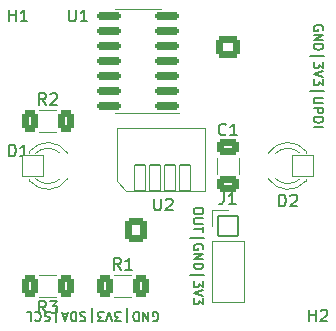
<source format=gto>
%TF.GenerationSoftware,KiCad,Pcbnew,7.0.1*%
%TF.CreationDate,2023-10-30T09:30:19+01:00*%
%TF.ProjectId,opto-counter,6f70746f-2d63-46f7-956e-7465722e6b69,rev?*%
%TF.SameCoordinates,Original*%
%TF.FileFunction,Legend,Top*%
%TF.FilePolarity,Positive*%
%FSLAX46Y46*%
G04 Gerber Fmt 4.6, Leading zero omitted, Abs format (unit mm)*
G04 Created by KiCad (PCBNEW 7.0.1) date 2023-10-30 09:30:19*
%MOMM*%
%LPD*%
G01*
G04 APERTURE LIST*
G04 Aperture macros list*
%AMRoundRect*
0 Rectangle with rounded corners*
0 $1 Rounding radius*
0 $2 $3 $4 $5 $6 $7 $8 $9 X,Y pos of 4 corners*
0 Add a 4 corners polygon primitive as box body*
4,1,4,$2,$3,$4,$5,$6,$7,$8,$9,$2,$3,0*
0 Add four circle primitives for the rounded corners*
1,1,$1+$1,$2,$3*
1,1,$1+$1,$4,$5*
1,1,$1+$1,$6,$7*
1,1,$1+$1,$8,$9*
0 Add four rect primitives between the rounded corners*
20,1,$1+$1,$2,$3,$4,$5,0*
20,1,$1+$1,$4,$5,$6,$7,0*
20,1,$1+$1,$6,$7,$8,$9,0*
20,1,$1+$1,$8,$9,$2,$3,0*%
G04 Aperture macros list end*
%ADD10C,0.200000*%
%ADD11C,0.150000*%
%ADD12C,0.120000*%
%ADD13RoundRect,0.300000X0.650000X-0.412500X0.650000X0.412500X-0.650000X0.412500X-0.650000X-0.412500X0*%
%ADD14RoundRect,0.300000X-0.400000X-0.625000X0.400000X-0.625000X0.400000X0.625000X-0.400000X0.625000X0*%
%ADD15RoundRect,0.300000X0.400000X0.625000X-0.400000X0.625000X-0.400000X-0.625000X0.400000X-0.625000X0*%
%ADD16RoundRect,0.200000X0.825000X0.150000X-0.825000X0.150000X-0.825000X-0.150000X0.825000X-0.150000X0*%
%ADD17C,2.300000*%
%ADD18RoundRect,0.050000X-0.450000X-1.100000X0.450000X-1.100000X0.450000X1.100000X-0.450000X1.100000X0*%
%ADD19RoundRect,0.050000X-0.900000X-0.900000X0.900000X-0.900000X0.900000X0.900000X-0.900000X0.900000X0*%
%ADD20C,1.900000*%
%ADD21RoundRect,0.050000X0.900000X0.900000X-0.900000X0.900000X-0.900000X-0.900000X0.900000X-0.900000X0*%
%ADD22RoundRect,0.050000X-0.850000X-0.850000X0.850000X-0.850000X0.850000X0.850000X-0.850000X0.850000X0*%
%ADD23O,1.800000X1.800000*%
%ADD24RoundRect,0.300000X0.600000X0.725000X-0.600000X0.725000X-0.600000X-0.725000X0.600000X-0.725000X0*%
%ADD25O,1.800000X2.050000*%
%ADD26RoundRect,0.300000X-0.725000X0.600000X-0.725000X-0.600000X0.725000X-0.600000X0.725000X0.600000X0*%
%ADD27O,2.050000X1.800000*%
G04 APERTURE END LIST*
D10*
X76205714Y-51191809D02*
X76281904Y-51229904D01*
X76281904Y-51229904D02*
X76396190Y-51229904D01*
X76396190Y-51229904D02*
X76510476Y-51191809D01*
X76510476Y-51191809D02*
X76586666Y-51115619D01*
X76586666Y-51115619D02*
X76624761Y-51039428D01*
X76624761Y-51039428D02*
X76662857Y-50887047D01*
X76662857Y-50887047D02*
X76662857Y-50772761D01*
X76662857Y-50772761D02*
X76624761Y-50620380D01*
X76624761Y-50620380D02*
X76586666Y-50544190D01*
X76586666Y-50544190D02*
X76510476Y-50468000D01*
X76510476Y-50468000D02*
X76396190Y-50429904D01*
X76396190Y-50429904D02*
X76319999Y-50429904D01*
X76319999Y-50429904D02*
X76205714Y-50468000D01*
X76205714Y-50468000D02*
X76167618Y-50506095D01*
X76167618Y-50506095D02*
X76167618Y-50772761D01*
X76167618Y-50772761D02*
X76319999Y-50772761D01*
X75824761Y-50429904D02*
X75824761Y-51229904D01*
X75824761Y-51229904D02*
X75367618Y-50429904D01*
X75367618Y-50429904D02*
X75367618Y-51229904D01*
X74986666Y-50429904D02*
X74986666Y-51229904D01*
X74986666Y-51229904D02*
X74796190Y-51229904D01*
X74796190Y-51229904D02*
X74681904Y-51191809D01*
X74681904Y-51191809D02*
X74605714Y-51115619D01*
X74605714Y-51115619D02*
X74567619Y-51039428D01*
X74567619Y-51039428D02*
X74529523Y-50887047D01*
X74529523Y-50887047D02*
X74529523Y-50772761D01*
X74529523Y-50772761D02*
X74567619Y-50620380D01*
X74567619Y-50620380D02*
X74605714Y-50544190D01*
X74605714Y-50544190D02*
X74681904Y-50468000D01*
X74681904Y-50468000D02*
X74796190Y-50429904D01*
X74796190Y-50429904D02*
X74986666Y-50429904D01*
X73996190Y-50163238D02*
X73996190Y-51306095D01*
X73500952Y-51229904D02*
X73005714Y-51229904D01*
X73005714Y-51229904D02*
X73272380Y-50925142D01*
X73272380Y-50925142D02*
X73158095Y-50925142D01*
X73158095Y-50925142D02*
X73081904Y-50887047D01*
X73081904Y-50887047D02*
X73043809Y-50848952D01*
X73043809Y-50848952D02*
X73005714Y-50772761D01*
X73005714Y-50772761D02*
X73005714Y-50582285D01*
X73005714Y-50582285D02*
X73043809Y-50506095D01*
X73043809Y-50506095D02*
X73081904Y-50468000D01*
X73081904Y-50468000D02*
X73158095Y-50429904D01*
X73158095Y-50429904D02*
X73386666Y-50429904D01*
X73386666Y-50429904D02*
X73462857Y-50468000D01*
X73462857Y-50468000D02*
X73500952Y-50506095D01*
X72777142Y-51229904D02*
X72510475Y-50429904D01*
X72510475Y-50429904D02*
X72243809Y-51229904D01*
X72053333Y-51229904D02*
X71558095Y-51229904D01*
X71558095Y-51229904D02*
X71824761Y-50925142D01*
X71824761Y-50925142D02*
X71710476Y-50925142D01*
X71710476Y-50925142D02*
X71634285Y-50887047D01*
X71634285Y-50887047D02*
X71596190Y-50848952D01*
X71596190Y-50848952D02*
X71558095Y-50772761D01*
X71558095Y-50772761D02*
X71558095Y-50582285D01*
X71558095Y-50582285D02*
X71596190Y-50506095D01*
X71596190Y-50506095D02*
X71634285Y-50468000D01*
X71634285Y-50468000D02*
X71710476Y-50429904D01*
X71710476Y-50429904D02*
X71939047Y-50429904D01*
X71939047Y-50429904D02*
X72015238Y-50468000D01*
X72015238Y-50468000D02*
X72053333Y-50506095D01*
X71024761Y-50163238D02*
X71024761Y-51306095D01*
X70491428Y-50468000D02*
X70377142Y-50429904D01*
X70377142Y-50429904D02*
X70186666Y-50429904D01*
X70186666Y-50429904D02*
X70110475Y-50468000D01*
X70110475Y-50468000D02*
X70072380Y-50506095D01*
X70072380Y-50506095D02*
X70034285Y-50582285D01*
X70034285Y-50582285D02*
X70034285Y-50658476D01*
X70034285Y-50658476D02*
X70072380Y-50734666D01*
X70072380Y-50734666D02*
X70110475Y-50772761D01*
X70110475Y-50772761D02*
X70186666Y-50810857D01*
X70186666Y-50810857D02*
X70339047Y-50848952D01*
X70339047Y-50848952D02*
X70415237Y-50887047D01*
X70415237Y-50887047D02*
X70453332Y-50925142D01*
X70453332Y-50925142D02*
X70491428Y-51001333D01*
X70491428Y-51001333D02*
X70491428Y-51077523D01*
X70491428Y-51077523D02*
X70453332Y-51153714D01*
X70453332Y-51153714D02*
X70415237Y-51191809D01*
X70415237Y-51191809D02*
X70339047Y-51229904D01*
X70339047Y-51229904D02*
X70148570Y-51229904D01*
X70148570Y-51229904D02*
X70034285Y-51191809D01*
X69691427Y-50429904D02*
X69691427Y-51229904D01*
X69691427Y-51229904D02*
X69500951Y-51229904D01*
X69500951Y-51229904D02*
X69386665Y-51191809D01*
X69386665Y-51191809D02*
X69310475Y-51115619D01*
X69310475Y-51115619D02*
X69272380Y-51039428D01*
X69272380Y-51039428D02*
X69234284Y-50887047D01*
X69234284Y-50887047D02*
X69234284Y-50772761D01*
X69234284Y-50772761D02*
X69272380Y-50620380D01*
X69272380Y-50620380D02*
X69310475Y-50544190D01*
X69310475Y-50544190D02*
X69386665Y-50468000D01*
X69386665Y-50468000D02*
X69500951Y-50429904D01*
X69500951Y-50429904D02*
X69691427Y-50429904D01*
X68929523Y-50658476D02*
X68548570Y-50658476D01*
X69005713Y-50429904D02*
X68739046Y-51229904D01*
X68739046Y-51229904D02*
X68472380Y-50429904D01*
X68015237Y-50163238D02*
X68015237Y-51306095D01*
X67481904Y-50468000D02*
X67367618Y-50429904D01*
X67367618Y-50429904D02*
X67177142Y-50429904D01*
X67177142Y-50429904D02*
X67100951Y-50468000D01*
X67100951Y-50468000D02*
X67062856Y-50506095D01*
X67062856Y-50506095D02*
X67024761Y-50582285D01*
X67024761Y-50582285D02*
X67024761Y-50658476D01*
X67024761Y-50658476D02*
X67062856Y-50734666D01*
X67062856Y-50734666D02*
X67100951Y-50772761D01*
X67100951Y-50772761D02*
X67177142Y-50810857D01*
X67177142Y-50810857D02*
X67329523Y-50848952D01*
X67329523Y-50848952D02*
X67405713Y-50887047D01*
X67405713Y-50887047D02*
X67443808Y-50925142D01*
X67443808Y-50925142D02*
X67481904Y-51001333D01*
X67481904Y-51001333D02*
X67481904Y-51077523D01*
X67481904Y-51077523D02*
X67443808Y-51153714D01*
X67443808Y-51153714D02*
X67405713Y-51191809D01*
X67405713Y-51191809D02*
X67329523Y-51229904D01*
X67329523Y-51229904D02*
X67139046Y-51229904D01*
X67139046Y-51229904D02*
X67024761Y-51191809D01*
X66224760Y-50506095D02*
X66262856Y-50468000D01*
X66262856Y-50468000D02*
X66377141Y-50429904D01*
X66377141Y-50429904D02*
X66453332Y-50429904D01*
X66453332Y-50429904D02*
X66567618Y-50468000D01*
X66567618Y-50468000D02*
X66643808Y-50544190D01*
X66643808Y-50544190D02*
X66681903Y-50620380D01*
X66681903Y-50620380D02*
X66719999Y-50772761D01*
X66719999Y-50772761D02*
X66719999Y-50887047D01*
X66719999Y-50887047D02*
X66681903Y-51039428D01*
X66681903Y-51039428D02*
X66643808Y-51115619D01*
X66643808Y-51115619D02*
X66567618Y-51191809D01*
X66567618Y-51191809D02*
X66453332Y-51229904D01*
X66453332Y-51229904D02*
X66377141Y-51229904D01*
X66377141Y-51229904D02*
X66262856Y-51191809D01*
X66262856Y-51191809D02*
X66224760Y-51153714D01*
X65500951Y-50429904D02*
X65881903Y-50429904D01*
X65881903Y-50429904D02*
X65881903Y-51229904D01*
X90561809Y-26594285D02*
X90599904Y-26518095D01*
X90599904Y-26518095D02*
X90599904Y-26403809D01*
X90599904Y-26403809D02*
X90561809Y-26289523D01*
X90561809Y-26289523D02*
X90485619Y-26213333D01*
X90485619Y-26213333D02*
X90409428Y-26175238D01*
X90409428Y-26175238D02*
X90257047Y-26137142D01*
X90257047Y-26137142D02*
X90142761Y-26137142D01*
X90142761Y-26137142D02*
X89990380Y-26175238D01*
X89990380Y-26175238D02*
X89914190Y-26213333D01*
X89914190Y-26213333D02*
X89838000Y-26289523D01*
X89838000Y-26289523D02*
X89799904Y-26403809D01*
X89799904Y-26403809D02*
X89799904Y-26480000D01*
X89799904Y-26480000D02*
X89838000Y-26594285D01*
X89838000Y-26594285D02*
X89876095Y-26632381D01*
X89876095Y-26632381D02*
X90142761Y-26632381D01*
X90142761Y-26632381D02*
X90142761Y-26480000D01*
X89799904Y-26975238D02*
X90599904Y-26975238D01*
X90599904Y-26975238D02*
X89799904Y-27432381D01*
X89799904Y-27432381D02*
X90599904Y-27432381D01*
X89799904Y-27813333D02*
X90599904Y-27813333D01*
X90599904Y-27813333D02*
X90599904Y-28003809D01*
X90599904Y-28003809D02*
X90561809Y-28118095D01*
X90561809Y-28118095D02*
X90485619Y-28194285D01*
X90485619Y-28194285D02*
X90409428Y-28232380D01*
X90409428Y-28232380D02*
X90257047Y-28270476D01*
X90257047Y-28270476D02*
X90142761Y-28270476D01*
X90142761Y-28270476D02*
X89990380Y-28232380D01*
X89990380Y-28232380D02*
X89914190Y-28194285D01*
X89914190Y-28194285D02*
X89838000Y-28118095D01*
X89838000Y-28118095D02*
X89799904Y-28003809D01*
X89799904Y-28003809D02*
X89799904Y-27813333D01*
X89533238Y-28803809D02*
X90676095Y-28803809D01*
X90599904Y-29299047D02*
X90599904Y-29794285D01*
X90599904Y-29794285D02*
X90295142Y-29527619D01*
X90295142Y-29527619D02*
X90295142Y-29641904D01*
X90295142Y-29641904D02*
X90257047Y-29718095D01*
X90257047Y-29718095D02*
X90218952Y-29756190D01*
X90218952Y-29756190D02*
X90142761Y-29794285D01*
X90142761Y-29794285D02*
X89952285Y-29794285D01*
X89952285Y-29794285D02*
X89876095Y-29756190D01*
X89876095Y-29756190D02*
X89838000Y-29718095D01*
X89838000Y-29718095D02*
X89799904Y-29641904D01*
X89799904Y-29641904D02*
X89799904Y-29413333D01*
X89799904Y-29413333D02*
X89838000Y-29337142D01*
X89838000Y-29337142D02*
X89876095Y-29299047D01*
X90599904Y-30022857D02*
X89799904Y-30289524D01*
X89799904Y-30289524D02*
X90599904Y-30556190D01*
X90599904Y-30746666D02*
X90599904Y-31241904D01*
X90599904Y-31241904D02*
X90295142Y-30975238D01*
X90295142Y-30975238D02*
X90295142Y-31089523D01*
X90295142Y-31089523D02*
X90257047Y-31165714D01*
X90257047Y-31165714D02*
X90218952Y-31203809D01*
X90218952Y-31203809D02*
X90142761Y-31241904D01*
X90142761Y-31241904D02*
X89952285Y-31241904D01*
X89952285Y-31241904D02*
X89876095Y-31203809D01*
X89876095Y-31203809D02*
X89838000Y-31165714D01*
X89838000Y-31165714D02*
X89799904Y-31089523D01*
X89799904Y-31089523D02*
X89799904Y-30860952D01*
X89799904Y-30860952D02*
X89838000Y-30784761D01*
X89838000Y-30784761D02*
X89876095Y-30746666D01*
X89533238Y-31775238D02*
X90676095Y-31775238D01*
X90599904Y-32346667D02*
X89952285Y-32346667D01*
X89952285Y-32346667D02*
X89876095Y-32384762D01*
X89876095Y-32384762D02*
X89838000Y-32422857D01*
X89838000Y-32422857D02*
X89799904Y-32499048D01*
X89799904Y-32499048D02*
X89799904Y-32651429D01*
X89799904Y-32651429D02*
X89838000Y-32727619D01*
X89838000Y-32727619D02*
X89876095Y-32765714D01*
X89876095Y-32765714D02*
X89952285Y-32803810D01*
X89952285Y-32803810D02*
X90599904Y-32803810D01*
X89799904Y-33184762D02*
X90599904Y-33184762D01*
X90599904Y-33184762D02*
X90599904Y-33489524D01*
X90599904Y-33489524D02*
X90561809Y-33565714D01*
X90561809Y-33565714D02*
X90523714Y-33603809D01*
X90523714Y-33603809D02*
X90447523Y-33641905D01*
X90447523Y-33641905D02*
X90333238Y-33641905D01*
X90333238Y-33641905D02*
X90257047Y-33603809D01*
X90257047Y-33603809D02*
X90218952Y-33565714D01*
X90218952Y-33565714D02*
X90180857Y-33489524D01*
X90180857Y-33489524D02*
X90180857Y-33184762D01*
X89799904Y-33984762D02*
X90599904Y-33984762D01*
X90599904Y-33984762D02*
X90599904Y-34175238D01*
X90599904Y-34175238D02*
X90561809Y-34289524D01*
X90561809Y-34289524D02*
X90485619Y-34365714D01*
X90485619Y-34365714D02*
X90409428Y-34403809D01*
X90409428Y-34403809D02*
X90257047Y-34441905D01*
X90257047Y-34441905D02*
X90142761Y-34441905D01*
X90142761Y-34441905D02*
X89990380Y-34403809D01*
X89990380Y-34403809D02*
X89914190Y-34365714D01*
X89914190Y-34365714D02*
X89838000Y-34289524D01*
X89838000Y-34289524D02*
X89799904Y-34175238D01*
X89799904Y-34175238D02*
X89799904Y-33984762D01*
X89799904Y-34784762D02*
X90599904Y-34784762D01*
X80439904Y-41834286D02*
X80439904Y-41986667D01*
X80439904Y-41986667D02*
X80401809Y-42062857D01*
X80401809Y-42062857D02*
X80325619Y-42139048D01*
X80325619Y-42139048D02*
X80173238Y-42177143D01*
X80173238Y-42177143D02*
X79906571Y-42177143D01*
X79906571Y-42177143D02*
X79754190Y-42139048D01*
X79754190Y-42139048D02*
X79678000Y-42062857D01*
X79678000Y-42062857D02*
X79639904Y-41986667D01*
X79639904Y-41986667D02*
X79639904Y-41834286D01*
X79639904Y-41834286D02*
X79678000Y-41758095D01*
X79678000Y-41758095D02*
X79754190Y-41681905D01*
X79754190Y-41681905D02*
X79906571Y-41643809D01*
X79906571Y-41643809D02*
X80173238Y-41643809D01*
X80173238Y-41643809D02*
X80325619Y-41681905D01*
X80325619Y-41681905D02*
X80401809Y-41758095D01*
X80401809Y-41758095D02*
X80439904Y-41834286D01*
X80439904Y-42520000D02*
X79792285Y-42520000D01*
X79792285Y-42520000D02*
X79716095Y-42558095D01*
X79716095Y-42558095D02*
X79678000Y-42596190D01*
X79678000Y-42596190D02*
X79639904Y-42672381D01*
X79639904Y-42672381D02*
X79639904Y-42824762D01*
X79639904Y-42824762D02*
X79678000Y-42900952D01*
X79678000Y-42900952D02*
X79716095Y-42939047D01*
X79716095Y-42939047D02*
X79792285Y-42977143D01*
X79792285Y-42977143D02*
X80439904Y-42977143D01*
X80439904Y-43243809D02*
X80439904Y-43700952D01*
X79639904Y-43472380D02*
X80439904Y-43472380D01*
X79373238Y-44158095D02*
X80516095Y-44158095D01*
X80401809Y-45148571D02*
X80439904Y-45072381D01*
X80439904Y-45072381D02*
X80439904Y-44958095D01*
X80439904Y-44958095D02*
X80401809Y-44843809D01*
X80401809Y-44843809D02*
X80325619Y-44767619D01*
X80325619Y-44767619D02*
X80249428Y-44729524D01*
X80249428Y-44729524D02*
X80097047Y-44691428D01*
X80097047Y-44691428D02*
X79982761Y-44691428D01*
X79982761Y-44691428D02*
X79830380Y-44729524D01*
X79830380Y-44729524D02*
X79754190Y-44767619D01*
X79754190Y-44767619D02*
X79678000Y-44843809D01*
X79678000Y-44843809D02*
X79639904Y-44958095D01*
X79639904Y-44958095D02*
X79639904Y-45034286D01*
X79639904Y-45034286D02*
X79678000Y-45148571D01*
X79678000Y-45148571D02*
X79716095Y-45186667D01*
X79716095Y-45186667D02*
X79982761Y-45186667D01*
X79982761Y-45186667D02*
X79982761Y-45034286D01*
X79639904Y-45529524D02*
X80439904Y-45529524D01*
X80439904Y-45529524D02*
X79639904Y-45986667D01*
X79639904Y-45986667D02*
X80439904Y-45986667D01*
X79639904Y-46367619D02*
X80439904Y-46367619D01*
X80439904Y-46367619D02*
X80439904Y-46558095D01*
X80439904Y-46558095D02*
X80401809Y-46672381D01*
X80401809Y-46672381D02*
X80325619Y-46748571D01*
X80325619Y-46748571D02*
X80249428Y-46786666D01*
X80249428Y-46786666D02*
X80097047Y-46824762D01*
X80097047Y-46824762D02*
X79982761Y-46824762D01*
X79982761Y-46824762D02*
X79830380Y-46786666D01*
X79830380Y-46786666D02*
X79754190Y-46748571D01*
X79754190Y-46748571D02*
X79678000Y-46672381D01*
X79678000Y-46672381D02*
X79639904Y-46558095D01*
X79639904Y-46558095D02*
X79639904Y-46367619D01*
X79373238Y-47358095D02*
X80516095Y-47358095D01*
X80439904Y-47853333D02*
X80439904Y-48348571D01*
X80439904Y-48348571D02*
X80135142Y-48081905D01*
X80135142Y-48081905D02*
X80135142Y-48196190D01*
X80135142Y-48196190D02*
X80097047Y-48272381D01*
X80097047Y-48272381D02*
X80058952Y-48310476D01*
X80058952Y-48310476D02*
X79982761Y-48348571D01*
X79982761Y-48348571D02*
X79792285Y-48348571D01*
X79792285Y-48348571D02*
X79716095Y-48310476D01*
X79716095Y-48310476D02*
X79678000Y-48272381D01*
X79678000Y-48272381D02*
X79639904Y-48196190D01*
X79639904Y-48196190D02*
X79639904Y-47967619D01*
X79639904Y-47967619D02*
X79678000Y-47891428D01*
X79678000Y-47891428D02*
X79716095Y-47853333D01*
X80439904Y-48577143D02*
X79639904Y-48843810D01*
X79639904Y-48843810D02*
X80439904Y-49110476D01*
X80439904Y-49300952D02*
X80439904Y-49796190D01*
X80439904Y-49796190D02*
X80135142Y-49529524D01*
X80135142Y-49529524D02*
X80135142Y-49643809D01*
X80135142Y-49643809D02*
X80097047Y-49720000D01*
X80097047Y-49720000D02*
X80058952Y-49758095D01*
X80058952Y-49758095D02*
X79982761Y-49796190D01*
X79982761Y-49796190D02*
X79792285Y-49796190D01*
X79792285Y-49796190D02*
X79716095Y-49758095D01*
X79716095Y-49758095D02*
X79678000Y-49720000D01*
X79678000Y-49720000D02*
X79639904Y-49643809D01*
X79639904Y-49643809D02*
X79639904Y-49415238D01*
X79639904Y-49415238D02*
X79678000Y-49339047D01*
X79678000Y-49339047D02*
X79716095Y-49300952D01*
D11*
%TO.C,C1*%
X82383333Y-35419380D02*
X82335714Y-35467000D01*
X82335714Y-35467000D02*
X82192857Y-35514619D01*
X82192857Y-35514619D02*
X82097619Y-35514619D01*
X82097619Y-35514619D02*
X81954762Y-35467000D01*
X81954762Y-35467000D02*
X81859524Y-35371761D01*
X81859524Y-35371761D02*
X81811905Y-35276523D01*
X81811905Y-35276523D02*
X81764286Y-35086047D01*
X81764286Y-35086047D02*
X81764286Y-34943190D01*
X81764286Y-34943190D02*
X81811905Y-34752714D01*
X81811905Y-34752714D02*
X81859524Y-34657476D01*
X81859524Y-34657476D02*
X81954762Y-34562238D01*
X81954762Y-34562238D02*
X82097619Y-34514619D01*
X82097619Y-34514619D02*
X82192857Y-34514619D01*
X82192857Y-34514619D02*
X82335714Y-34562238D01*
X82335714Y-34562238D02*
X82383333Y-34609857D01*
X83335714Y-35514619D02*
X82764286Y-35514619D01*
X83050000Y-35514619D02*
X83050000Y-34514619D01*
X83050000Y-34514619D02*
X82954762Y-34657476D01*
X82954762Y-34657476D02*
X82859524Y-34752714D01*
X82859524Y-34752714D02*
X82764286Y-34800333D01*
%TO.C,R1*%
X73493333Y-46902619D02*
X73160000Y-46426428D01*
X72921905Y-46902619D02*
X72921905Y-45902619D01*
X72921905Y-45902619D02*
X73302857Y-45902619D01*
X73302857Y-45902619D02*
X73398095Y-45950238D01*
X73398095Y-45950238D02*
X73445714Y-45997857D01*
X73445714Y-45997857D02*
X73493333Y-46093095D01*
X73493333Y-46093095D02*
X73493333Y-46235952D01*
X73493333Y-46235952D02*
X73445714Y-46331190D01*
X73445714Y-46331190D02*
X73398095Y-46378809D01*
X73398095Y-46378809D02*
X73302857Y-46426428D01*
X73302857Y-46426428D02*
X72921905Y-46426428D01*
X74445714Y-46902619D02*
X73874286Y-46902619D01*
X74160000Y-46902619D02*
X74160000Y-45902619D01*
X74160000Y-45902619D02*
X74064762Y-46045476D01*
X74064762Y-46045476D02*
X73969524Y-46140714D01*
X73969524Y-46140714D02*
X73874286Y-46188333D01*
%TO.C,R2*%
X67143333Y-32932619D02*
X66810000Y-32456428D01*
X66571905Y-32932619D02*
X66571905Y-31932619D01*
X66571905Y-31932619D02*
X66952857Y-31932619D01*
X66952857Y-31932619D02*
X67048095Y-31980238D01*
X67048095Y-31980238D02*
X67095714Y-32027857D01*
X67095714Y-32027857D02*
X67143333Y-32123095D01*
X67143333Y-32123095D02*
X67143333Y-32265952D01*
X67143333Y-32265952D02*
X67095714Y-32361190D01*
X67095714Y-32361190D02*
X67048095Y-32408809D01*
X67048095Y-32408809D02*
X66952857Y-32456428D01*
X66952857Y-32456428D02*
X66571905Y-32456428D01*
X67524286Y-32027857D02*
X67571905Y-31980238D01*
X67571905Y-31980238D02*
X67667143Y-31932619D01*
X67667143Y-31932619D02*
X67905238Y-31932619D01*
X67905238Y-31932619D02*
X68000476Y-31980238D01*
X68000476Y-31980238D02*
X68048095Y-32027857D01*
X68048095Y-32027857D02*
X68095714Y-32123095D01*
X68095714Y-32123095D02*
X68095714Y-32218333D01*
X68095714Y-32218333D02*
X68048095Y-32361190D01*
X68048095Y-32361190D02*
X67476667Y-32932619D01*
X67476667Y-32932619D02*
X68095714Y-32932619D01*
%TO.C,R3*%
X67143333Y-50542619D02*
X66810000Y-50066428D01*
X66571905Y-50542619D02*
X66571905Y-49542619D01*
X66571905Y-49542619D02*
X66952857Y-49542619D01*
X66952857Y-49542619D02*
X67048095Y-49590238D01*
X67048095Y-49590238D02*
X67095714Y-49637857D01*
X67095714Y-49637857D02*
X67143333Y-49733095D01*
X67143333Y-49733095D02*
X67143333Y-49875952D01*
X67143333Y-49875952D02*
X67095714Y-49971190D01*
X67095714Y-49971190D02*
X67048095Y-50018809D01*
X67048095Y-50018809D02*
X66952857Y-50066428D01*
X66952857Y-50066428D02*
X66571905Y-50066428D01*
X67476667Y-49542619D02*
X68095714Y-49542619D01*
X68095714Y-49542619D02*
X67762381Y-49923571D01*
X67762381Y-49923571D02*
X67905238Y-49923571D01*
X67905238Y-49923571D02*
X68000476Y-49971190D01*
X68000476Y-49971190D02*
X68048095Y-50018809D01*
X68048095Y-50018809D02*
X68095714Y-50114047D01*
X68095714Y-50114047D02*
X68095714Y-50352142D01*
X68095714Y-50352142D02*
X68048095Y-50447380D01*
X68048095Y-50447380D02*
X68000476Y-50495000D01*
X68000476Y-50495000D02*
X67905238Y-50542619D01*
X67905238Y-50542619D02*
X67619524Y-50542619D01*
X67619524Y-50542619D02*
X67524286Y-50495000D01*
X67524286Y-50495000D02*
X67476667Y-50447380D01*
%TO.C,U1*%
X69088095Y-24862619D02*
X69088095Y-25672142D01*
X69088095Y-25672142D02*
X69135714Y-25767380D01*
X69135714Y-25767380D02*
X69183333Y-25815000D01*
X69183333Y-25815000D02*
X69278571Y-25862619D01*
X69278571Y-25862619D02*
X69469047Y-25862619D01*
X69469047Y-25862619D02*
X69564285Y-25815000D01*
X69564285Y-25815000D02*
X69611904Y-25767380D01*
X69611904Y-25767380D02*
X69659523Y-25672142D01*
X69659523Y-25672142D02*
X69659523Y-24862619D01*
X70659523Y-25862619D02*
X70088095Y-25862619D01*
X70373809Y-25862619D02*
X70373809Y-24862619D01*
X70373809Y-24862619D02*
X70278571Y-25005476D01*
X70278571Y-25005476D02*
X70183333Y-25100714D01*
X70183333Y-25100714D02*
X70088095Y-25148333D01*
%TO.C,H2*%
X89408095Y-51262619D02*
X89408095Y-50262619D01*
X89408095Y-50738809D02*
X89979523Y-50738809D01*
X89979523Y-51262619D02*
X89979523Y-50262619D01*
X90408095Y-50357857D02*
X90455714Y-50310238D01*
X90455714Y-50310238D02*
X90550952Y-50262619D01*
X90550952Y-50262619D02*
X90789047Y-50262619D01*
X90789047Y-50262619D02*
X90884285Y-50310238D01*
X90884285Y-50310238D02*
X90931904Y-50357857D01*
X90931904Y-50357857D02*
X90979523Y-50453095D01*
X90979523Y-50453095D02*
X90979523Y-50548333D01*
X90979523Y-50548333D02*
X90931904Y-50691190D01*
X90931904Y-50691190D02*
X90360476Y-51262619D01*
X90360476Y-51262619D02*
X90979523Y-51262619D01*
%TO.C,H1*%
X64008095Y-25862619D02*
X64008095Y-24862619D01*
X64008095Y-25338809D02*
X64579523Y-25338809D01*
X64579523Y-25862619D02*
X64579523Y-24862619D01*
X65579523Y-25862619D02*
X65008095Y-25862619D01*
X65293809Y-25862619D02*
X65293809Y-24862619D01*
X65293809Y-24862619D02*
X65198571Y-25005476D01*
X65198571Y-25005476D02*
X65103333Y-25100714D01*
X65103333Y-25100714D02*
X65008095Y-25148333D01*
%TO.C,U2*%
X76288095Y-40862619D02*
X76288095Y-41672142D01*
X76288095Y-41672142D02*
X76335714Y-41767380D01*
X76335714Y-41767380D02*
X76383333Y-41815000D01*
X76383333Y-41815000D02*
X76478571Y-41862619D01*
X76478571Y-41862619D02*
X76669047Y-41862619D01*
X76669047Y-41862619D02*
X76764285Y-41815000D01*
X76764285Y-41815000D02*
X76811904Y-41767380D01*
X76811904Y-41767380D02*
X76859523Y-41672142D01*
X76859523Y-41672142D02*
X76859523Y-40862619D01*
X77288095Y-40957857D02*
X77335714Y-40910238D01*
X77335714Y-40910238D02*
X77430952Y-40862619D01*
X77430952Y-40862619D02*
X77669047Y-40862619D01*
X77669047Y-40862619D02*
X77764285Y-40910238D01*
X77764285Y-40910238D02*
X77811904Y-40957857D01*
X77811904Y-40957857D02*
X77859523Y-41053095D01*
X77859523Y-41053095D02*
X77859523Y-41148333D01*
X77859523Y-41148333D02*
X77811904Y-41291190D01*
X77811904Y-41291190D02*
X77240476Y-41862619D01*
X77240476Y-41862619D02*
X77859523Y-41862619D01*
%TO.C,D1*%
X64031905Y-37292619D02*
X64031905Y-36292619D01*
X64031905Y-36292619D02*
X64270000Y-36292619D01*
X64270000Y-36292619D02*
X64412857Y-36340238D01*
X64412857Y-36340238D02*
X64508095Y-36435476D01*
X64508095Y-36435476D02*
X64555714Y-36530714D01*
X64555714Y-36530714D02*
X64603333Y-36721190D01*
X64603333Y-36721190D02*
X64603333Y-36864047D01*
X64603333Y-36864047D02*
X64555714Y-37054523D01*
X64555714Y-37054523D02*
X64508095Y-37149761D01*
X64508095Y-37149761D02*
X64412857Y-37245000D01*
X64412857Y-37245000D02*
X64270000Y-37292619D01*
X64270000Y-37292619D02*
X64031905Y-37292619D01*
X65555714Y-37292619D02*
X64984286Y-37292619D01*
X65270000Y-37292619D02*
X65270000Y-36292619D01*
X65270000Y-36292619D02*
X65174762Y-36435476D01*
X65174762Y-36435476D02*
X65079524Y-36530714D01*
X65079524Y-36530714D02*
X64984286Y-36578333D01*
%TO.C,D2*%
X86891905Y-41522619D02*
X86891905Y-40522619D01*
X86891905Y-40522619D02*
X87130000Y-40522619D01*
X87130000Y-40522619D02*
X87272857Y-40570238D01*
X87272857Y-40570238D02*
X87368095Y-40665476D01*
X87368095Y-40665476D02*
X87415714Y-40760714D01*
X87415714Y-40760714D02*
X87463333Y-40951190D01*
X87463333Y-40951190D02*
X87463333Y-41094047D01*
X87463333Y-41094047D02*
X87415714Y-41284523D01*
X87415714Y-41284523D02*
X87368095Y-41379761D01*
X87368095Y-41379761D02*
X87272857Y-41475000D01*
X87272857Y-41475000D02*
X87130000Y-41522619D01*
X87130000Y-41522619D02*
X86891905Y-41522619D01*
X87844286Y-40617857D02*
X87891905Y-40570238D01*
X87891905Y-40570238D02*
X87987143Y-40522619D01*
X87987143Y-40522619D02*
X88225238Y-40522619D01*
X88225238Y-40522619D02*
X88320476Y-40570238D01*
X88320476Y-40570238D02*
X88368095Y-40617857D01*
X88368095Y-40617857D02*
X88415714Y-40713095D01*
X88415714Y-40713095D02*
X88415714Y-40808333D01*
X88415714Y-40808333D02*
X88368095Y-40951190D01*
X88368095Y-40951190D02*
X87796667Y-41522619D01*
X87796667Y-41522619D02*
X88415714Y-41522619D01*
%TO.C,J1*%
X82216666Y-40327619D02*
X82216666Y-41041904D01*
X82216666Y-41041904D02*
X82169047Y-41184761D01*
X82169047Y-41184761D02*
X82073809Y-41280000D01*
X82073809Y-41280000D02*
X81930952Y-41327619D01*
X81930952Y-41327619D02*
X81835714Y-41327619D01*
X83216666Y-41327619D02*
X82645238Y-41327619D01*
X82930952Y-41327619D02*
X82930952Y-40327619D01*
X82930952Y-40327619D02*
X82835714Y-40470476D01*
X82835714Y-40470476D02*
X82740476Y-40565714D01*
X82740476Y-40565714D02*
X82645238Y-40613333D01*
D12*
%TO.C,C1*%
X81640000Y-38811252D02*
X81640000Y-37388748D01*
X83460000Y-38811252D02*
X83460000Y-37388748D01*
%TO.C,R1*%
X72932936Y-47350000D02*
X74387064Y-47350000D01*
X72932936Y-49170000D02*
X74387064Y-49170000D01*
%TO.C,R2*%
X66582936Y-33380000D02*
X68037064Y-33380000D01*
X66582936Y-35200000D02*
X68037064Y-35200000D01*
%TO.C,R3*%
X68037064Y-49170000D02*
X66582936Y-49170000D01*
X68037064Y-47350000D02*
X66582936Y-47350000D01*
%TO.C,U1*%
X74930000Y-33645000D02*
X78380000Y-33645000D01*
X74930000Y-33645000D02*
X72980000Y-33645000D01*
X74930000Y-24775000D02*
X76880000Y-24775000D01*
X74930000Y-24775000D02*
X72980000Y-24775000D01*
%TO.C,U2*%
X73150000Y-34900000D02*
X80650000Y-34900000D01*
X73150000Y-39400000D02*
X73150000Y-34900000D01*
X73950000Y-40200000D02*
X73150000Y-39400000D01*
X80650000Y-34900000D02*
X80650000Y-40200000D01*
X80650000Y-40200000D02*
X73950000Y-40200000D01*
%TO.C,D1*%
X65750000Y-36864000D02*
X65750000Y-37020000D01*
X65750000Y-39180000D02*
X65750000Y-39336000D01*
X68982334Y-37021392D02*
G75*
G03*
X65750001Y-36864485I-1672334J-1078608D01*
G01*
X68351129Y-37020164D02*
G75*
G03*
X66269040Y-37020001I-1041129J-1079836D01*
G01*
X66269040Y-39179999D02*
G75*
G03*
X68351129Y-39179836I1040960J1079999D01*
G01*
X65750001Y-39335515D02*
G75*
G03*
X68982334Y-39178608I1559999J1235515D01*
G01*
%TO.C,D2*%
X89190000Y-39336000D02*
X89190000Y-39180000D01*
X89190000Y-37020000D02*
X89190000Y-36864000D01*
X85957666Y-39178608D02*
G75*
G03*
X89189999Y-39335515I1672334J1078608D01*
G01*
X86588871Y-39179836D02*
G75*
G03*
X88670960Y-39179999I1041129J1079836D01*
G01*
X88670960Y-37020001D02*
G75*
G03*
X86588871Y-37020164I-1040960J-1079999D01*
G01*
X89189999Y-36864485D02*
G75*
G03*
X85957666Y-37021392I-1559999J-1235515D01*
G01*
%TO.C,J1*%
X81220000Y-41865000D02*
X82550000Y-41865000D01*
X81220000Y-43195000D02*
X81220000Y-41865000D01*
X81220000Y-44465000D02*
X81220000Y-49605000D01*
X81220000Y-44465000D02*
X83880000Y-44465000D01*
X81220000Y-49605000D02*
X83880000Y-49605000D01*
X83880000Y-44465000D02*
X83880000Y-49605000D01*
%TD*%
%LPC*%
D13*
%TO.C,C1*%
X82550000Y-39662500D03*
X82550000Y-36537500D03*
%TD*%
D14*
%TO.C,R1*%
X72110000Y-48260000D03*
X75210000Y-48260000D03*
%TD*%
%TO.C,R2*%
X65760000Y-34290000D03*
X68860000Y-34290000D03*
%TD*%
D15*
%TO.C,R3*%
X68860000Y-48260000D03*
X65760000Y-48260000D03*
%TD*%
D16*
%TO.C,U1*%
X77405000Y-33020000D03*
X77405000Y-31750000D03*
X77405000Y-30480000D03*
X77405000Y-29210000D03*
X77405000Y-27940000D03*
X77405000Y-26670000D03*
X77405000Y-25400000D03*
X72455000Y-25400000D03*
X72455000Y-26670000D03*
X72455000Y-27940000D03*
X72455000Y-29210000D03*
X72455000Y-30480000D03*
X72455000Y-31750000D03*
X72455000Y-33020000D03*
%TD*%
D17*
%TO.C,H2*%
X87630000Y-48260000D03*
%TD*%
%TO.C,H1*%
X67310000Y-27940000D03*
%TD*%
D18*
%TO.C,U2*%
X75145000Y-39100000D03*
X76415000Y-39100000D03*
X77685000Y-39100000D03*
X78955000Y-39100000D03*
%TD*%
D19*
%TO.C,D1*%
X66040000Y-38100000D03*
D20*
X68580000Y-38100000D03*
%TD*%
D21*
%TO.C,D2*%
X88900000Y-38100000D03*
D20*
X86360000Y-38100000D03*
%TD*%
D22*
%TO.C,J1*%
X82550000Y-43195000D03*
D23*
X82550000Y-45735000D03*
X82550000Y-48275000D03*
%TD*%
D24*
%TO.C,J2*%
X74810000Y-43540000D03*
D25*
X72310000Y-43540000D03*
X69810000Y-43540000D03*
X67310000Y-43540000D03*
%TD*%
D26*
%TO.C,J3*%
X82550000Y-28020000D03*
D27*
X82550000Y-30520000D03*
X82550000Y-33020000D03*
%TD*%
M02*

</source>
